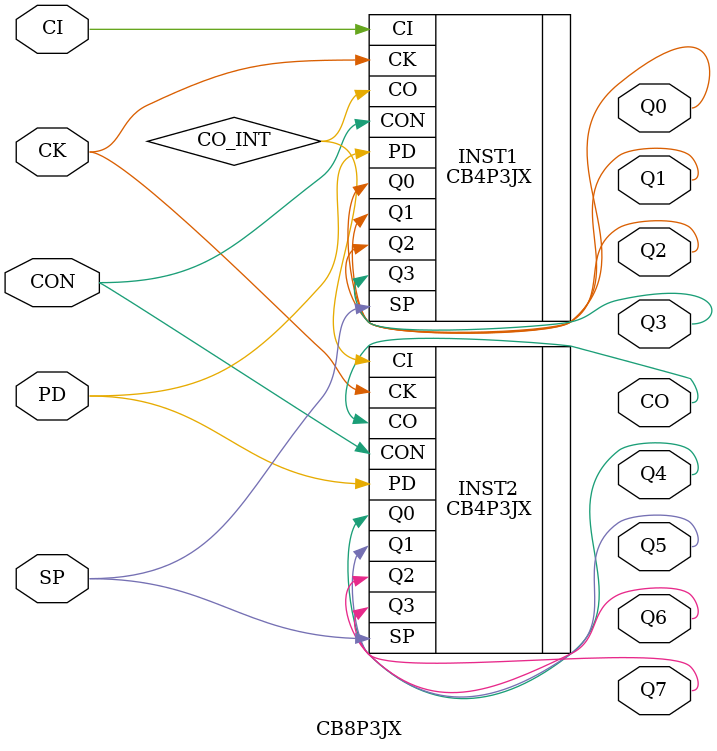
<source format=v>
`resetall
`timescale 1 ns / 100 ps

`celldefine

/* Created by DB2VERILOG Version 1.3.8.0 on Mon Sep 15 13:56:26 1997 */
/* module compiled from "lsl2db 4.4.5 (07/17/96)" run */

module CB8P3JX (CI, SP, CK, PD, CON, CO, Q0, Q1, Q2, 
       Q3, Q4, Q5, Q6, Q7);
parameter DISABLED_GSR = 0;
defparam INST1.DISABLED_GSR = DISABLED_GSR;
defparam INST2.DISABLED_GSR = DISABLED_GSR;
input  CI, SP, CK, PD, CON;
output CO, Q0, Q1, Q2, Q3, Q4, Q5, Q6, Q7;
CB4P3JX INST1 (.CI(CI), .SP(SP), .CK(CK), .PD(PD), .CON(
      CON), .CO(CO_INT), .Q0(Q0), .Q1(Q1), .Q2(Q2),
      .Q3(Q3));
CB4P3JX INST2 (.CI(CO_INT), .SP(SP), .CK(CK), .PD(PD),
      .CON(CON), .CO(CO), .Q0(Q4), .Q1(Q5), .Q2(Q6),
      .Q3(Q7));

endmodule

`endcelldefine

</source>
